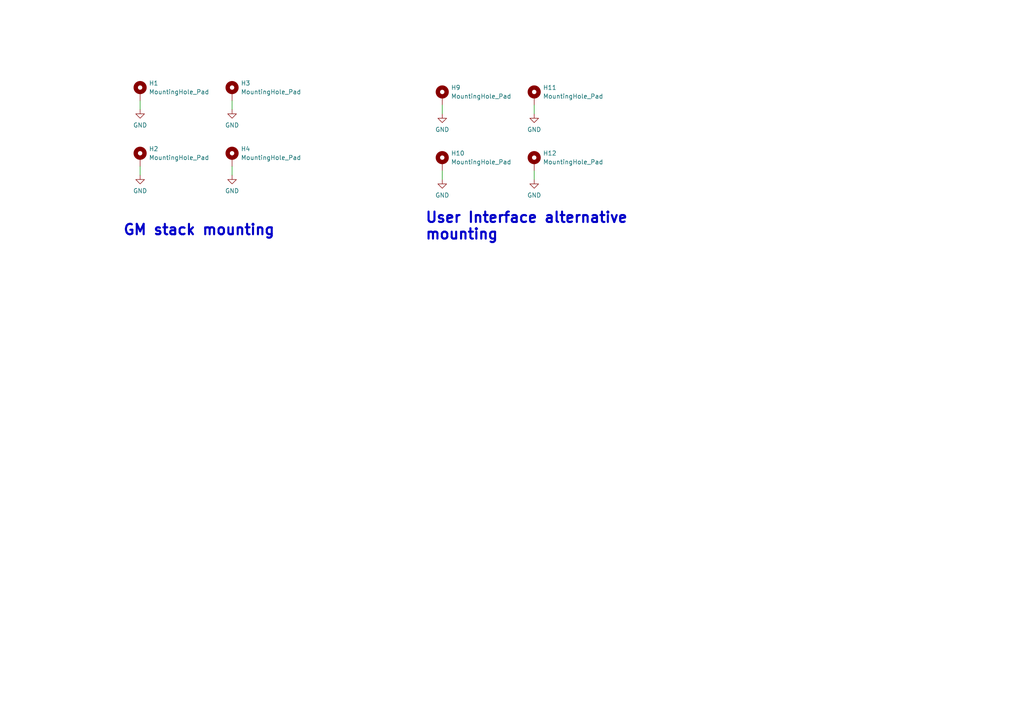
<source format=kicad_sch>
(kicad_sch (version 20211123) (generator eeschema)
  (paper "A4")
  (lib_symbols
    (symbol "Mechanical:MountingHole_Pad" (pin_numbers hide) (pin_names (offset 1.016) hide)
      (property "Reference" "H" (at 0 6.35 0))
      (property "Value" "MountingHole_Pad" (at 0 4.445 0))
      (symbol "MountingHole_Pad_0_1"
        (circle (center 0 1.27) (radius 1.27) (stroke (width 1.27)))
      )
      (symbol "MountingHole_Pad_1_1"
        (pin input line (at 0 -2.54 90) (length 2.54) (name "1") (number "1"))
      )
    )
    (symbol "power:GND" (power) (pin_names (offset 0))
      (property "Value" "GND" (at 0 -3.81 0))
      (symbol "GND_0_1"
        (polyline (pts (xy 0 0) (xy 0 -1.27) (xy 1.27 -1.27) (xy 0 -2.54) (xy -1.27 -1.27) (xy 0 -1.27)))
      )
      (symbol "GND_1_1"
        (pin power_in line (at 0 0 270) (length 0) hide (name "GND") (number "1"))
      )
    )
  )
  (wire (pts (xy 128.27 30.48) (xy 128.27 33.02)))
  (wire (pts (xy 40.64 29.21) (xy 40.64 31.75)))
  (wire (pts (xy 154.94 49.53) (xy 154.94 52.07)))
  (wire (pts (xy 40.64 48.26) (xy 40.64 50.8)))
  (wire (pts (xy 154.94 30.48) (xy 154.94 33.02)))
  (wire (pts (xy 67.31 48.26) (xy 67.31 50.8)))
  (wire (pts (xy 67.31 29.21) (xy 67.31 31.75)))
  (wire (pts (xy 128.27 49.53) (xy 128.27 52.07)))
  (text "GM stack mounting" (at 35.56 68.58 0) (effects (font (size 3 3) (thickness 0.6) bold) (justify left bottom)))
  (text "User Interface alternative\nmounting" (at 123.19 69.85 0) (effects (font (size 3 3) (thickness 0.6) bold) (justify left bottom)))
  (symbol (lib_id "power:GND") (at 154.94 52.07 0) (unit 1)
    (property "Reference" "#PWR0104" (effects hide))
    (property "Value" "GND" (at 154.94 56.6326 0))
  )
  (symbol (lib_id "power:GND") (at 67.31 50.8 0) (unit 1)
    (property "Reference" "#PWR015" (effects hide))
    (property "Value" "GND" (at 67.31 55.3626 0))
  )
  (symbol (lib_id "Mechanical:MountingHole_Pad") (at 40.64 45.72 0) (unit 1)
    (property "Reference" "H2" (at 43.18 43.1799 0) (effects (justify left)))
    (property "Value" "MountingHole_Pad" (at 43.18 45.7199 0) (effects (justify left)))
    (property "Footprint" "MountingHole:MountingHole_3.2mm_M3_DIN965_Pad" (effects hide))
  )
  (symbol (lib_id "power:GND") (at 128.27 33.02 0) (unit 1)
    (property "Reference" "#PWR0101" (effects hide))
    (property "Value" "GND" (at 128.27 37.5826 0))
  )
  (symbol (lib_id "power:GND") (at 128.27 52.07 0) (unit 1)
    (property "Reference" "#PWR0102" (effects hide))
    (property "Value" "GND" (at 128.27 56.6326 0))
  )
  (symbol (lib_id "power:GND") (at 40.64 31.75 0) (unit 1)
    (property "Reference" "#PWR012" (effects hide))
    (property "Value" "GND" (at 40.64 36.3126 0))
  )
  (symbol (lib_id "power:GND") (at 154.94 33.02 0) (unit 1)
    (property "Reference" "#PWR0103" (effects hide))
    (property "Value" "GND" (at 154.94 37.5826 0))
  )
  (symbol (lib_id "Mechanical:MountingHole_Pad") (at 67.31 26.67 0) (unit 1)
    (property "Reference" "H3" (at 69.85 24.1299 0) (effects (justify left)))
    (property "Value" "MountingHole_Pad" (at 69.85 26.6699 0) (effects (justify left)))
    (property "Footprint" "MountingHole:MountingHole_3.2mm_M3_DIN965_Pad" (effects hide))
  )
  (symbol (lib_id "Mechanical:MountingHole_Pad") (at 40.64 26.67 0) (unit 1)
    (property "Reference" "H1" (at 43.18 24.1299 0) (effects (justify left)))
    (property "Value" "MountingHole_Pad" (at 43.18 26.6699 0) (effects (justify left)))
    (property "Footprint" "MountingHole:MountingHole_3.2mm_M3_DIN965_Pad" (effects hide))
  )
  (symbol (lib_id "Mechanical:MountingHole_Pad") (at 154.94 27.94 0) (unit 1)
    (property "Reference" "H11" (at 157.48 25.3999 0) (effects (justify left)))
    (property "Value" "MountingHole_Pad" (at 157.48 27.9399 0) (effects (justify left)))
    (property "Footprint" "MountingHole:MountingHole_3.2mm_M3_DIN965_Pad" (effects hide))
  )
  (symbol (lib_id "Mechanical:MountingHole_Pad") (at 128.27 46.99 0) (unit 1)
    (property "Reference" "H10" (at 130.81 44.4499 0) (effects (justify left)))
    (property "Value" "MountingHole_Pad" (at 130.81 46.9899 0) (effects (justify left)))
    (property "Footprint" "MountingHole:MountingHole_3.2mm_M3_DIN965_Pad" (effects hide))
  )
  (symbol (lib_id "power:GND") (at 67.31 31.75 0) (unit 1)
    (property "Reference" "#PWR014" (effects hide))
    (property "Value" "GND" (at 67.31 36.3126 0))
  )
  (symbol (lib_id "Mechanical:MountingHole_Pad") (at 67.31 45.72 0) (unit 1)
    (property "Reference" "H4" (at 69.85 43.1799 0) (effects (justify left)))
    (property "Value" "MountingHole_Pad" (at 69.85 45.7199 0) (effects (justify left)))
    (property "Footprint" "MountingHole:MountingHole_3.2mm_M3_DIN965_Pad" (effects hide))
  )
  (symbol (lib_id "power:GND") (at 40.64 50.8 0) (unit 1)
    (property "Reference" "#PWR013" (effects hide))
    (property "Value" "GND" (at 40.64 55.3626 0))
  )
  (symbol (lib_id "Mechanical:MountingHole_Pad") (at 128.27 27.94 0) (unit 1)
    (property "Reference" "H9" (at 130.81 25.3999 0) (effects (justify left)))
    (property "Value" "MountingHole_Pad" (at 130.81 27.9399 0) (effects (justify left)))
    (property "Footprint" "MountingHole:MountingHole_3.2mm_M3_DIN965_Pad" (effects hide))
  )
  (symbol (lib_id "Mechanical:MountingHole_Pad") (at 154.94 46.99 0) (unit 1)
    (property "Reference" "H12" (at 157.48 44.4499 0) (effects (justify left)))
    (property "Value" "MountingHole_Pad" (at 157.48 46.9899 0) (effects (justify left)))
    (property "Footprint" "MountingHole:MountingHole_3.2mm_M3_DIN965_Pad" (effects hide))
  )
)
</source>
